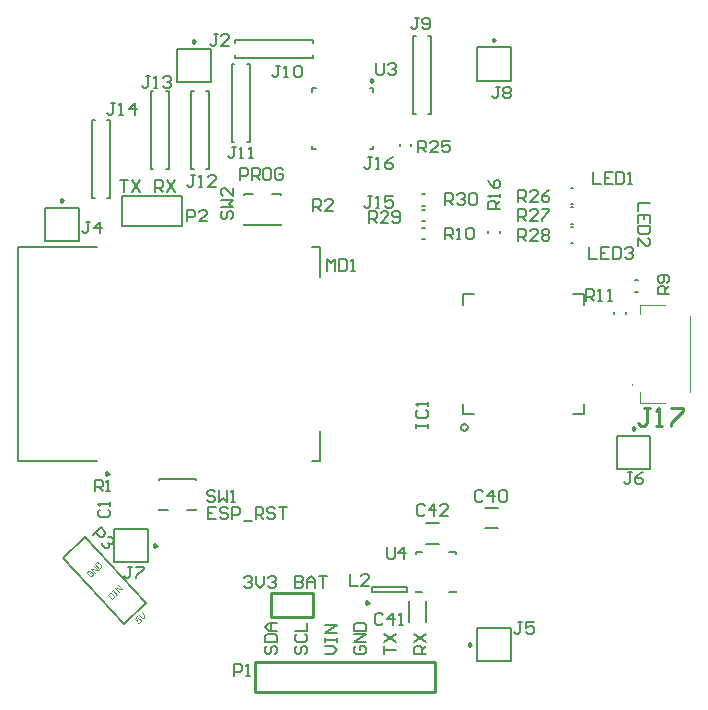
<source format=gto>
G04*
G04 #@! TF.GenerationSoftware,Altium Limited,Altium Designer,22.3.1 (43)*
G04*
G04 Layer_Color=65535*
%FSLAX25Y25*%
%MOIN*%
G70*
G04*
G04 #@! TF.SameCoordinates,81C90355-7C20-497C-A289-08F7F31E86F5*
G04*
G04*
G04 #@! TF.FilePolarity,Positive*
G04*
G01*
G75*
%ADD10C,0.00984*%
%ADD11C,0.00394*%
%ADD12C,0.00394*%
%ADD13C,0.00591*%
%ADD14C,0.00787*%
%ADD15C,0.01000*%
%ADD16C,0.00600*%
D10*
X146618Y228941D02*
X145880Y229367D01*
Y228515D01*
X146618Y228941D01*
X74563Y74000D02*
X73825Y74426D01*
Y73574D01*
X74563Y74000D01*
X145177Y54941D02*
X144439Y55367D01*
Y54515D01*
X145177Y54941D01*
X58524Y97933D02*
X57785Y98359D01*
Y97507D01*
X58524Y97933D01*
X179421Y41000D02*
X178683Y41426D01*
Y40574D01*
X179421Y41000D01*
X87492Y242071D02*
X86754Y242497D01*
Y241645D01*
X87492Y242071D01*
X43492Y189071D02*
X42754Y189497D01*
Y188645D01*
X43492Y189071D01*
X233992Y113071D02*
X233254Y113497D01*
Y112645D01*
X233992Y113071D01*
X187492Y242571D02*
X186754Y242997D01*
Y242145D01*
X187492Y242571D01*
D11*
X232976Y127953D02*
Y127559D01*
Y127953D01*
X252465Y125197D02*
Y150394D01*
X235535Y154134D02*
X244000D01*
X235535Y151181D02*
Y154134D01*
Y121457D02*
Y125197D01*
Y121457D02*
X244000D01*
X68137Y50390D02*
X67177Y49496D01*
X67848Y48776D01*
X68104Y49463D01*
X68344Y49687D01*
X68808Y49671D01*
X69255Y49191D01*
X69239Y48728D01*
X68759Y48280D01*
X68296Y48296D01*
X68616Y50838D02*
X69511Y49878D01*
X70438Y49846D01*
X70471Y50773D01*
X69576Y51732D01*
X58177Y57496D02*
X59519Y56056D01*
X60239Y56727D01*
X60255Y57191D01*
X59360Y58151D01*
X58897Y58167D01*
X58177Y57496D01*
X59617Y58838D02*
X60096Y59285D01*
X59856Y59061D01*
X61199Y57622D01*
X60959Y57398D01*
X61438Y57846D01*
X62158Y58517D02*
X60816Y59956D01*
X63117Y59412D01*
X61775Y60851D01*
X52360Y65650D02*
X51897Y65667D01*
X51417Y65219D01*
X51401Y64756D01*
X52296Y63796D01*
X52759Y63780D01*
X53239Y64227D01*
X53255Y64691D01*
X52808Y65171D01*
X52328Y64723D01*
X53959Y64899D02*
X52617Y66338D01*
X54918Y65793D01*
X53576Y67232D01*
X54056Y67680D02*
X55398Y66241D01*
X56117Y66912D01*
X56134Y67375D01*
X55239Y68335D01*
X54775Y68351D01*
X54056Y67680D01*
D12*
X159496Y71106D02*
D03*
D13*
X178279Y113386D02*
X177860Y114256D01*
X176918Y114471D01*
X176162Y113869D01*
Y112903D01*
X176918Y112300D01*
X177860Y112515D01*
X178279Y113386D01*
X212606Y186756D02*
X213394D01*
X212606Y181244D02*
X213394D01*
X212606Y180256D02*
X213394D01*
X212606Y174744D02*
X213394D01*
X212606Y193256D02*
X213394D01*
X212606Y187744D02*
X213394D01*
X163106Y176031D02*
X163894D01*
X163106Y179968D02*
X163894D01*
X216929Y117717D02*
Y121260D01*
X213386Y117717D02*
X216929D01*
X213386Y157874D02*
X216929D01*
Y154331D02*
Y157874D01*
X176772D02*
X180315D01*
X176772Y154331D02*
Y157874D01*
Y117717D02*
Y121260D01*
Y117717D02*
X180315D01*
X163106Y187303D02*
X163894D01*
X163106Y191240D02*
X163894D01*
X163106Y182032D02*
X163894D01*
X163106Y185969D02*
X163894D01*
X234106Y162469D02*
X234894D01*
X234106Y158532D02*
X234894D01*
X227032Y151106D02*
Y151894D01*
X230969Y151106D02*
Y151894D01*
X188969Y178106D02*
Y178894D01*
X185032Y178106D02*
Y178894D01*
X155531Y207106D02*
Y207894D01*
X159468Y207106D02*
Y207894D01*
D14*
X145595Y226382D02*
X146716D01*
Y225260D02*
Y226382D01*
Y206106D02*
Y207228D01*
X145595Y206106D02*
X146716D01*
X126441D02*
X127563D01*
X126441D02*
Y207228D01*
Y226382D02*
X127563D01*
X126441Y225260D02*
Y226382D01*
X71512Y68488D02*
Y79512D01*
X60488Y68488D02*
X71512D01*
X60488D02*
Y79512D01*
X71512D01*
X158071Y58484D02*
Y60059D01*
X146260D02*
X158071D01*
X146260Y58484D02*
X158071D01*
X146260D02*
Y60059D01*
X174260Y71106D02*
Y71736D01*
Y58350D02*
Y58980D01*
X160874Y58350D02*
Y58980D01*
Y71106D02*
Y71736D01*
X163039D01*
X172095D02*
X174260D01*
X172095Y58350D02*
X174260D01*
X160874D02*
X163039D01*
X103508Y180685D02*
X116106D01*
X103508Y190823D02*
Y191315D01*
Y180685D02*
Y181177D01*
X112858Y191315D02*
X116106D01*
X103508D02*
X106756D01*
X116106Y190823D02*
Y191315D01*
Y180685D02*
Y181177D01*
X28346Y102165D02*
X54783D01*
X126280D02*
X129134D01*
Y163543D02*
Y173425D01*
Y102165D02*
Y112047D01*
X28346Y173425D02*
X54783D01*
X126280D02*
X129134D01*
X28346Y102165D02*
Y173425D01*
X158547Y48654D02*
Y55347D01*
X164453Y48654D02*
Y55347D01*
X181488Y35488D02*
Y46512D01*
X192512D01*
Y35488D02*
Y46512D01*
X181488Y35488D02*
X192512D01*
X183902Y79697D02*
X188232D01*
X183902Y86390D02*
X188232D01*
X164335Y74457D02*
X168665D01*
X164335Y81543D02*
X168665D01*
X81488Y228488D02*
Y239512D01*
Y228488D02*
X92512D01*
Y239512D01*
X81488D02*
X92512D01*
X37488Y175488D02*
Y186512D01*
Y175488D02*
X48512D01*
Y186512D01*
X37488D02*
X48512D01*
X227988Y99488D02*
Y110512D01*
Y99488D02*
X239012D01*
Y110512D01*
X227988D02*
X239012D01*
X181488Y228988D02*
Y240012D01*
Y228988D02*
X192512D01*
Y240012D01*
X181488D02*
X192512D01*
X83000Y180500D02*
Y190500D01*
X63000Y180500D02*
X83000D01*
X63000D02*
Y190500D01*
X83000D01*
X50607Y76694D02*
X71067Y54753D01*
X43293Y69874D02*
X50607Y76694D01*
X43293Y69874D02*
X63753Y47933D01*
X71067Y54753D01*
X75201Y95823D02*
Y96315D01*
Y85685D02*
Y86177D01*
X84551Y85685D02*
X87799D01*
X75201D02*
X78449D01*
X87799Y95823D02*
Y96315D01*
Y85685D02*
Y86177D01*
X75201Y96315D02*
X87799D01*
X103787Y63067D02*
X104443Y63723D01*
X105755D01*
X106411Y63067D01*
Y62411D01*
X105755Y61755D01*
X105099D01*
X105755D01*
X106411Y61099D01*
Y60443D01*
X105755Y59787D01*
X104443D01*
X103787Y60443D01*
X107723Y63723D02*
Y61099D01*
X109035Y59787D01*
X110347Y61099D01*
Y63723D01*
X111659Y63067D02*
X112315Y63723D01*
X113627D01*
X114283Y63067D01*
Y62411D01*
X113627Y61755D01*
X112971D01*
X113627D01*
X114283Y61099D01*
Y60443D01*
X113627Y59787D01*
X112315D01*
X111659Y60443D01*
X62287Y195723D02*
X64911D01*
X63599D01*
Y191787D01*
X66223Y195723D02*
X68847Y191787D01*
Y195723D02*
X66223Y191787D01*
X74095D02*
Y195723D01*
X76063D01*
X76718Y195067D01*
Y193755D01*
X76063Y193099D01*
X74095D01*
X75406D02*
X76718Y191787D01*
X78030Y195723D02*
X80654Y191787D01*
Y195723D02*
X78030Y191787D01*
X111433Y40411D02*
X110777Y39755D01*
Y38443D01*
X111433Y37787D01*
X112089D01*
X112745Y38443D01*
Y39755D01*
X113401Y40411D01*
X114057D01*
X114713Y39755D01*
Y38443D01*
X114057Y37787D01*
X110777Y41723D02*
X114713D01*
Y43691D01*
X114057Y44347D01*
X111433D01*
X110777Y43691D01*
Y41723D01*
X114713Y45659D02*
X112089D01*
X110777Y46971D01*
X112089Y48283D01*
X114713D01*
X112745D01*
Y45659D01*
X121333Y40411D02*
X120677Y39755D01*
Y38443D01*
X121333Y37787D01*
X121989D01*
X122645Y38443D01*
Y39755D01*
X123301Y40411D01*
X123957D01*
X124613Y39755D01*
Y38443D01*
X123957Y37787D01*
X121333Y44347D02*
X120677Y43691D01*
Y42379D01*
X121333Y41723D01*
X123957D01*
X124613Y42379D01*
Y43691D01*
X123957Y44347D01*
X120677Y45659D02*
X124613D01*
Y48283D01*
X164213Y37787D02*
X160277D01*
Y39755D01*
X160933Y40411D01*
X162245D01*
X162901Y39755D01*
Y37787D01*
Y39099D02*
X164213Y40411D01*
X160277Y41723D02*
X164213Y44347D01*
X160277D02*
X164213Y41723D01*
X150377Y37787D02*
Y40411D01*
Y39099D01*
X154313D01*
X150377Y41723D02*
X154313Y44347D01*
X150377D02*
X154313Y41723D01*
X141133Y40411D02*
X140477Y39755D01*
Y38443D01*
X141133Y37787D01*
X143757D01*
X144413Y38443D01*
Y39755D01*
X143757Y40411D01*
X142445D01*
Y39099D01*
X144413Y41723D02*
X140477D01*
X144413Y44347D01*
X140477D01*
Y45659D02*
X144413D01*
Y47627D01*
X143757Y48283D01*
X141133D01*
X140477Y47627D01*
Y45659D01*
X130577Y37787D02*
X133201D01*
X134513Y39099D01*
X133201Y40411D01*
X130577D01*
Y41723D02*
Y43035D01*
Y42379D01*
X134513D01*
Y41723D01*
Y43035D01*
Y45003D02*
X130577D01*
X134513Y47627D01*
X130577D01*
X94411Y86879D02*
X91787D01*
Y82943D01*
X94411D01*
X91787Y84911D02*
X93099D01*
X98347Y86223D02*
X97691Y86879D01*
X96379D01*
X95723Y86223D01*
Y85567D01*
X96379Y84911D01*
X97691D01*
X98347Y84255D01*
Y83599D01*
X97691Y82943D01*
X96379D01*
X95723Y83599D01*
X99659Y82943D02*
Y86879D01*
X101627D01*
X102283Y86223D01*
Y84911D01*
X101627Y84255D01*
X99659D01*
X103595Y82287D02*
X106218D01*
X107530Y82943D02*
Y86879D01*
X109498D01*
X110154Y86223D01*
Y84911D01*
X109498Y84255D01*
X107530D01*
X108842D02*
X110154Y82943D01*
X114090Y86223D02*
X113434Y86879D01*
X112122D01*
X111466Y86223D01*
Y85567D01*
X112122Y84911D01*
X113434D01*
X114090Y84255D01*
Y83599D01*
X113434Y82943D01*
X112122D01*
X111466Y83599D01*
X115402Y86879D02*
X118026D01*
X116714D01*
Y82943D01*
X102287Y195787D02*
Y199723D01*
X104255D01*
X104911Y199067D01*
Y197755D01*
X104255Y197099D01*
X102287D01*
X106223Y195787D02*
Y199723D01*
X108191D01*
X108847Y199067D01*
Y197755D01*
X108191Y197099D01*
X106223D01*
X107535D02*
X108847Y195787D01*
X112127Y199723D02*
X110815D01*
X110159Y199067D01*
Y196443D01*
X110815Y195787D01*
X112127D01*
X112783Y196443D01*
Y199067D01*
X112127Y199723D01*
X116718Y199067D02*
X116062Y199723D01*
X114751D01*
X114095Y199067D01*
Y196443D01*
X114751Y195787D01*
X116062D01*
X116718Y196443D01*
Y197755D01*
X115407D01*
X66344Y66968D02*
X65032D01*
X65688D01*
Y63688D01*
X65032Y63032D01*
X64376D01*
X63720Y63688D01*
X67656Y66968D02*
X70280D01*
Y66312D01*
X67656Y63688D01*
Y63032D01*
X115704Y233968D02*
X114392D01*
X115048D01*
Y230688D01*
X114392Y230032D01*
X113736D01*
X113080Y230688D01*
X117016Y230032D02*
X118328D01*
X117672D01*
Y233968D01*
X117016Y233312D01*
X120296D02*
X120952Y233968D01*
X122264D01*
X122920Y233312D01*
Y230688D01*
X122264Y230032D01*
X120952D01*
X120296Y230688D01*
Y233312D01*
X151220Y73468D02*
Y70188D01*
X151876Y69532D01*
X153188D01*
X153844Y70188D01*
Y73468D01*
X157124Y69532D02*
Y73468D01*
X155156Y71500D01*
X157780D01*
X120752Y63723D02*
Y59787D01*
X122720D01*
X123376Y60443D01*
Y61099D01*
X122720Y61755D01*
X120752D01*
X122720D01*
X123376Y62411D01*
Y63067D01*
X122720Y63723D01*
X120752D01*
X124688Y59787D02*
Y62411D01*
X126000Y63723D01*
X127312Y62411D01*
Y59787D01*
Y61755D01*
X124688D01*
X128624Y63723D02*
X131248D01*
X129936D01*
Y59787D01*
X138886Y64472D02*
Y60536D01*
X141509D01*
X145445D02*
X142821D01*
X145445Y63160D01*
Y63816D01*
X144789Y64472D01*
X143477D01*
X142821Y63816D01*
X163876Y87044D02*
X163220Y87700D01*
X161908D01*
X161252Y87044D01*
Y84420D01*
X161908Y83764D01*
X163220D01*
X163876Y84420D01*
X167156Y83764D02*
Y87700D01*
X165188Y85732D01*
X167812D01*
X171748Y83764D02*
X169124D01*
X171748Y86388D01*
Y87044D01*
X171092Y87700D01*
X169780D01*
X169124Y87044D01*
X150032Y50812D02*
X149376Y51468D01*
X148064D01*
X147408Y50812D01*
Y48188D01*
X148064Y47532D01*
X149376D01*
X150032Y48188D01*
X153312Y47532D02*
Y51468D01*
X151344Y49500D01*
X153968D01*
X155280Y47532D02*
X156592D01*
X155936D01*
Y51468D01*
X155280Y50812D01*
X183376Y91812D02*
X182720Y92468D01*
X181408D01*
X180752Y91812D01*
Y89188D01*
X181408Y88532D01*
X182720D01*
X183376Y89188D01*
X186656Y88532D02*
Y92468D01*
X184688Y90500D01*
X187312D01*
X188624Y91812D02*
X189280Y92468D01*
X190592D01*
X191248Y91812D01*
Y89188D01*
X190592Y88532D01*
X189280D01*
X188624Y89188D01*
Y91812D01*
X147799Y234712D02*
Y231432D01*
X148455Y230776D01*
X149767D01*
X150423Y231432D01*
Y234712D01*
X151735Y234056D02*
X152391Y234712D01*
X153703D01*
X154358Y234056D01*
Y233400D01*
X153703Y232744D01*
X153047D01*
X153703D01*
X154358Y232088D01*
Y231432D01*
X153703Y230776D01*
X152391D01*
X151735Y231432D01*
X170752Y187532D02*
Y191468D01*
X172720D01*
X173376Y190812D01*
Y189500D01*
X172720Y188844D01*
X170752D01*
X172064D02*
X173376Y187532D01*
X174688Y190812D02*
X175344Y191468D01*
X176656D01*
X177312Y190812D01*
Y190156D01*
X176656Y189500D01*
X176000D01*
X176656D01*
X177312Y188844D01*
Y188188D01*
X176656Y187532D01*
X175344D01*
X174688Y188188D01*
X178624Y190812D02*
X179280Y191468D01*
X180592D01*
X181248Y190812D01*
Y188188D01*
X180592Y187532D01*
X179280D01*
X178624Y188188D01*
Y190812D01*
X145252Y181532D02*
Y185468D01*
X147220D01*
X147876Y184812D01*
Y183500D01*
X147220Y182844D01*
X145252D01*
X146564D02*
X147876Y181532D01*
X151812D02*
X149188D01*
X151812Y184156D01*
Y184812D01*
X151156Y185468D01*
X149844D01*
X149188Y184812D01*
X153124Y182188D02*
X153780Y181532D01*
X155092D01*
X155748Y182188D01*
Y184812D01*
X155092Y185468D01*
X153780D01*
X153124Y184812D01*
Y184156D01*
X153780Y183500D01*
X155748D01*
X146204Y203468D02*
X144892D01*
X145548D01*
Y200188D01*
X144892Y199532D01*
X144236D01*
X143580Y200188D01*
X147516Y199532D02*
X148828D01*
X148172D01*
Y203468D01*
X147516Y202812D01*
X153420Y203468D02*
X152108Y202812D01*
X150796Y201500D01*
Y200188D01*
X151452Y199532D01*
X152764D01*
X153420Y200188D01*
Y200844D01*
X152764Y201500D01*
X150796D01*
X146204Y190468D02*
X144892D01*
X145548D01*
Y187188D01*
X144892Y186532D01*
X144236D01*
X143580Y187188D01*
X147516Y186532D02*
X148828D01*
X148172D01*
Y190468D01*
X147516Y189812D01*
X153420Y190468D02*
X150796D01*
Y188500D01*
X152108Y189156D01*
X152764D01*
X153420Y188500D01*
Y187188D01*
X152764Y186532D01*
X151452D01*
X150796Y187188D01*
X195000Y175600D02*
Y179536D01*
X196968D01*
X197624Y178880D01*
Y177568D01*
X196968Y176912D01*
X195000D01*
X196312D02*
X197624Y175600D01*
X201560D02*
X198936D01*
X201560Y178224D01*
Y178880D01*
X200904Y179536D01*
X199592D01*
X198936Y178880D01*
X202871D02*
X203527Y179536D01*
X204839D01*
X205495Y178880D01*
Y178224D01*
X204839Y177568D01*
X205495Y176912D01*
Y176256D01*
X204839Y175600D01*
X203527D01*
X202871Y176256D01*
Y176912D01*
X203527Y177568D01*
X202871Y178224D01*
Y178880D01*
X203527Y177568D02*
X204839D01*
X195000Y182100D02*
Y186036D01*
X196968D01*
X197624Y185380D01*
Y184068D01*
X196968Y183412D01*
X195000D01*
X196312D02*
X197624Y182100D01*
X201560D02*
X198936D01*
X201560Y184724D01*
Y185380D01*
X200904Y186036D01*
X199592D01*
X198936Y185380D01*
X202871Y186036D02*
X205495D01*
Y185380D01*
X202871Y182756D01*
Y182100D01*
X195000Y188600D02*
Y192536D01*
X196968D01*
X197624Y191880D01*
Y190568D01*
X196968Y189912D01*
X195000D01*
X196312D02*
X197624Y188600D01*
X201560D02*
X198936D01*
X201560Y191224D01*
Y191880D01*
X200904Y192536D01*
X199592D01*
X198936Y191880D01*
X205495Y192536D02*
X204183Y191880D01*
X202871Y190568D01*
Y189256D01*
X203527Y188600D01*
X204839D01*
X205495Y189256D01*
Y189912D01*
X204839Y190568D01*
X202871D01*
X218784Y173468D02*
Y169532D01*
X221408D01*
X225344Y173468D02*
X222720D01*
Y169532D01*
X225344D01*
X222720Y171500D02*
X224032D01*
X226656Y173468D02*
Y169532D01*
X228624D01*
X229280Y170188D01*
Y172812D01*
X228624Y173468D01*
X226656D01*
X230592Y172812D02*
X231248Y173468D01*
X232560D01*
X233215Y172812D01*
Y172156D01*
X232560Y171500D01*
X231904D01*
X232560D01*
X233215Y170844D01*
Y170188D01*
X232560Y169532D01*
X231248D01*
X230592Y170188D01*
X238968Y188215D02*
X235032D01*
Y185592D01*
X238968Y181656D02*
Y184280D01*
X235032D01*
Y181656D01*
X237000Y184280D02*
Y182968D01*
X238968Y180344D02*
X235032D01*
Y178376D01*
X235688Y177720D01*
X238312D01*
X238968Y178376D01*
Y180344D01*
X235032Y173784D02*
Y176408D01*
X237656Y173784D01*
X238312D01*
X238968Y174440D01*
Y175752D01*
X238312Y176408D01*
X219940Y198468D02*
Y194532D01*
X222564D01*
X226500Y198468D02*
X223876D01*
Y194532D01*
X226500D01*
X223876Y196500D02*
X225188D01*
X227812Y198468D02*
Y194532D01*
X229780D01*
X230436Y195188D01*
Y197812D01*
X229780Y198468D01*
X227812D01*
X231748Y194532D02*
X233060D01*
X232404D01*
Y198468D01*
X231748Y197812D01*
X60704Y221468D02*
X59392D01*
X60048D01*
Y218188D01*
X59392Y217532D01*
X58736D01*
X58080Y218188D01*
X62016Y217532D02*
X63328D01*
X62672D01*
Y221468D01*
X62016Y220812D01*
X67264Y217532D02*
Y221468D01*
X65296Y219500D01*
X67920D01*
X72204Y230468D02*
X70892D01*
X71548D01*
Y227188D01*
X70892Y226532D01*
X70236D01*
X69580Y227188D01*
X73516Y226532D02*
X74828D01*
X74172D01*
Y230468D01*
X73516Y229812D01*
X76796D02*
X77452Y230468D01*
X78764D01*
X79420Y229812D01*
Y229156D01*
X78764Y228500D01*
X78108D01*
X78764D01*
X79420Y227844D01*
Y227188D01*
X78764Y226532D01*
X77452D01*
X76796Y227188D01*
X87204Y197468D02*
X85892D01*
X86548D01*
Y194188D01*
X85892Y193532D01*
X85236D01*
X84580Y194188D01*
X88516Y193532D02*
X89828D01*
X89172D01*
Y197468D01*
X88516Y196812D01*
X94420Y193532D02*
X91796D01*
X94420Y196156D01*
Y196812D01*
X93764Y197468D01*
X92452D01*
X91796Y196812D01*
X100860Y206968D02*
X99548D01*
X100204D01*
Y203688D01*
X99548Y203032D01*
X98892D01*
X98236Y203688D01*
X102172Y203032D02*
X103484D01*
X102828D01*
Y206968D01*
X102172Y206312D01*
X105452Y203032D02*
X106764D01*
X106108D01*
Y206968D01*
X105452Y206312D01*
X161844Y249968D02*
X160532D01*
X161188D01*
Y246688D01*
X160532Y246032D01*
X159876D01*
X159220Y246688D01*
X163156D02*
X163812Y246032D01*
X165124D01*
X165780Y246688D01*
Y249312D01*
X165124Y249968D01*
X163812D01*
X163156Y249312D01*
Y248656D01*
X163812Y248000D01*
X165780D01*
X161752Y205032D02*
Y208968D01*
X163720D01*
X164376Y208312D01*
Y207000D01*
X163720Y206344D01*
X161752D01*
X163064D02*
X164376Y205032D01*
X168312D02*
X165688D01*
X168312Y207656D01*
Y208312D01*
X167656Y208968D01*
X166344D01*
X165688Y208312D01*
X172248Y208968D02*
X169624D01*
Y207000D01*
X170936Y207656D01*
X171592D01*
X172248Y207000D01*
Y205688D01*
X171592Y205032D01*
X170280D01*
X169624Y205688D01*
X217736Y155532D02*
Y159468D01*
X219704D01*
X220360Y158812D01*
Y157500D01*
X219704Y156844D01*
X217736D01*
X219048D02*
X220360Y155532D01*
X221672D02*
X222984D01*
X222328D01*
Y159468D01*
X221672Y158812D01*
X224952Y155532D02*
X226264D01*
X225608D01*
Y159468D01*
X224952Y158812D01*
X170580Y176032D02*
Y179968D01*
X172548D01*
X173204Y179312D01*
Y178000D01*
X172548Y177344D01*
X170580D01*
X171892D02*
X173204Y176032D01*
X174516D02*
X175828D01*
X175172D01*
Y179968D01*
X174516Y179312D01*
X177796D02*
X178452Y179968D01*
X179764D01*
X180420Y179312D01*
Y176688D01*
X179764Y176032D01*
X178452D01*
X177796Y176688D01*
Y179312D01*
X245468Y157720D02*
X241532D01*
Y159688D01*
X242188Y160344D01*
X243500D01*
X244156Y159688D01*
Y157720D01*
Y159032D02*
X245468Y160344D01*
X244812Y161656D02*
X245468Y162312D01*
Y163624D01*
X244812Y164280D01*
X242188D01*
X241532Y163624D01*
Y162312D01*
X242188Y161656D01*
X242844D01*
X243500Y162312D01*
Y164280D01*
X161134Y113279D02*
Y114591D01*
Y113935D01*
X165069D01*
Y113279D01*
Y114591D01*
X161790Y119183D02*
X161134Y118527D01*
Y117215D01*
X161790Y116559D01*
X164413D01*
X165069Y117215D01*
Y118527D01*
X164413Y119183D01*
X165069Y120495D02*
Y121807D01*
Y121151D01*
X161134D01*
X161790Y120495D01*
X188968Y186080D02*
X185032D01*
Y188048D01*
X185688Y188704D01*
X187000D01*
X187656Y188048D01*
Y186080D01*
Y187392D02*
X188968Y188704D01*
Y190016D02*
Y191328D01*
Y190672D01*
X185032D01*
X185688Y190016D01*
X185032Y195920D02*
X185688Y194608D01*
X187000Y193296D01*
X188312D01*
X188968Y193952D01*
Y195264D01*
X188312Y195920D01*
X187656D01*
X187000Y195264D01*
Y193296D01*
X188844Y226968D02*
X187532D01*
X188188D01*
Y223688D01*
X187532Y223032D01*
X186876D01*
X186220Y223688D01*
X190156Y226312D02*
X190812Y226968D01*
X192124D01*
X192780Y226312D01*
Y225656D01*
X192124Y225000D01*
X192780Y224344D01*
Y223688D01*
X192124Y223032D01*
X190812D01*
X190156Y223688D01*
Y224344D01*
X190812Y225000D01*
X190156Y225656D01*
Y226312D01*
X190812Y225000D02*
X192124D01*
X232844Y98468D02*
X231532D01*
X232188D01*
Y95188D01*
X231532Y94532D01*
X230876D01*
X230220Y95188D01*
X236780Y98468D02*
X235468Y97812D01*
X234156Y96500D01*
Y95188D01*
X234812Y94532D01*
X236124D01*
X236780Y95188D01*
Y95844D01*
X236124Y96500D01*
X234156D01*
X196344Y48468D02*
X195032D01*
X195688D01*
Y45188D01*
X195032Y44532D01*
X194376D01*
X193720Y45188D01*
X200280Y48468D02*
X197656D01*
Y46500D01*
X198968Y47156D01*
X199624D01*
X200280Y46500D01*
Y45188D01*
X199624Y44532D01*
X198312D01*
X197656Y45188D01*
X52344Y181968D02*
X51032D01*
X51688D01*
Y178688D01*
X51032Y178032D01*
X50376D01*
X49720Y178688D01*
X55624Y178032D02*
Y181968D01*
X53656Y180000D01*
X56280D01*
X94844Y244468D02*
X93532D01*
X94188D01*
Y241188D01*
X93532Y240532D01*
X92876D01*
X92220Y241188D01*
X98780Y240532D02*
X96156D01*
X98780Y243156D01*
Y243812D01*
X98124Y244468D01*
X96812D01*
X96156Y243812D01*
X96688Y185376D02*
X96032Y184720D01*
Y183408D01*
X96688Y182752D01*
X97344D01*
X98000Y183408D01*
Y184720D01*
X98656Y185376D01*
X99312D01*
X99968Y184720D01*
Y183408D01*
X99312Y182752D01*
X96032Y186688D02*
X99968D01*
X98656Y188000D01*
X99968Y189312D01*
X96032D01*
X99968Y193248D02*
Y190624D01*
X97344Y193248D01*
X96688D01*
X96032Y192592D01*
Y191280D01*
X96688Y190624D01*
X94032Y91812D02*
X93376Y92468D01*
X92064D01*
X91408Y91812D01*
Y91156D01*
X92064Y90500D01*
X93376D01*
X94032Y89844D01*
Y89188D01*
X93376Y88532D01*
X92064D01*
X91408Y89188D01*
X95344Y92468D02*
Y88532D01*
X96656Y89844D01*
X97968Y88532D01*
Y92468D01*
X99280Y88532D02*
X100592D01*
X99936D01*
Y92468D01*
X99280Y91812D01*
X126720Y185532D02*
Y189468D01*
X128688D01*
X129344Y188812D01*
Y187500D01*
X128688Y186844D01*
X126720D01*
X128032D02*
X129344Y185532D01*
X133280D02*
X130656D01*
X133280Y188156D01*
Y188812D01*
X132624Y189468D01*
X131312D01*
X130656Y188812D01*
X53876Y92032D02*
Y95968D01*
X55844D01*
X56500Y95312D01*
Y94000D01*
X55844Y93344D01*
X53876D01*
X55188D02*
X56500Y92032D01*
X57812D02*
X59124D01*
X58468D01*
Y95968D01*
X57812Y95312D01*
X53271Y77377D02*
X56149Y80061D01*
X57491Y78622D01*
X57459Y77695D01*
X56499Y76800D01*
X55572Y76833D01*
X54230Y78272D01*
X58354Y76736D02*
X59281Y76703D01*
X60175Y75744D01*
X60143Y74817D01*
X59663Y74369D01*
X58736Y74401D01*
X58289Y74881D01*
X58736Y74401D01*
X58704Y73474D01*
X58224Y73027D01*
X57297Y73059D01*
X56402Y74019D01*
X56435Y74946D01*
X84720Y182032D02*
Y185968D01*
X86688D01*
X87344Y185312D01*
Y184000D01*
X86688Y183344D01*
X84720D01*
X91280Y182032D02*
X88656D01*
X91280Y184656D01*
Y185312D01*
X90624Y185968D01*
X89312D01*
X88656Y185312D01*
X100376Y30532D02*
Y34468D01*
X102344D01*
X103000Y33812D01*
Y32500D01*
X102344Y31844D01*
X100376D01*
X104312Y30532D02*
X105624D01*
X104968D01*
Y34468D01*
X104312Y33812D01*
X131408Y165532D02*
Y169468D01*
X132720Y168156D01*
X134032Y169468D01*
Y165532D01*
X135344Y169468D02*
Y165532D01*
X137312D01*
X137968Y166188D01*
Y168812D01*
X137312Y169468D01*
X135344D01*
X139280Y165532D02*
X140592D01*
X139936D01*
Y169468D01*
X139280Y168812D01*
X55688Y86000D02*
X55032Y85344D01*
Y84032D01*
X55688Y83376D01*
X58312D01*
X58968Y84032D01*
Y85344D01*
X58312Y86000D01*
X58968Y87312D02*
Y88624D01*
Y87968D01*
X55032D01*
X55688Y87312D01*
D15*
X107480Y25315D02*
X167480D01*
X107480Y35315D02*
X167480D01*
Y25315D02*
Y35315D01*
X107480Y25315D02*
Y35315D01*
X112500Y58227D02*
X126500D01*
Y50227D02*
Y58227D01*
X112500Y50227D02*
X126500D01*
X112500D02*
Y58227D01*
X239001Y119999D02*
X237002D01*
X238001D01*
Y115001D01*
X237002Y114001D01*
X236002D01*
X235002Y115001D01*
X241001Y114001D02*
X243000D01*
X242000D01*
Y119999D01*
X241001Y118999D01*
X245999Y119999D02*
X249998D01*
Y118999D01*
X245999Y115001D01*
Y114001D01*
D16*
X105500Y208500D02*
Y234500D01*
X104508D02*
X105500D01*
X99500Y208500D02*
Y234500D01*
Y208500D02*
X100492D01*
X104508D02*
X105500D01*
X99500Y234500D02*
X100492D01*
X126500Y241508D02*
Y242500D01*
X100500Y236500D02*
Y237492D01*
Y241508D02*
Y242500D01*
X126500D01*
Y236500D02*
Y237492D01*
X100500Y236500D02*
X126500D01*
X92131Y199500D02*
Y225500D01*
X91139D02*
X92131D01*
X86131Y199500D02*
Y225500D01*
Y199500D02*
X87123D01*
X91139D02*
X92131D01*
X86131Y225500D02*
X87123D01*
X78500Y199500D02*
Y225500D01*
X77508D02*
X78500D01*
X72500Y199500D02*
Y225500D01*
Y199500D02*
X73492D01*
X77508D02*
X78500D01*
X72500Y225500D02*
X73492D01*
X53000Y216000D02*
X53992D01*
X58008Y190000D02*
X59000D01*
X53000D02*
X53992D01*
X53000D02*
Y216000D01*
X58008D02*
X59000D01*
Y190000D02*
Y216000D01*
X165008Y218000D02*
X166000D01*
X160000Y244000D02*
X160992D01*
X165008D02*
X166000D01*
Y218000D02*
Y244000D01*
X160000Y218000D02*
X160992D01*
X160000D02*
Y244000D01*
M02*

</source>
